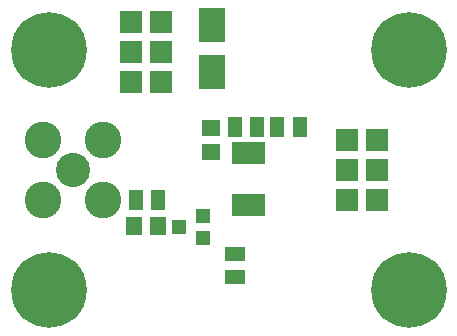
<source format=gbr>
G04 #@! TF.FileFunction,Soldermask,Top*
%FSLAX46Y46*%
G04 Gerber Fmt 4.6, Leading zero omitted, Abs format (unit mm)*
G04 Created by KiCad (PCBNEW 201609251018+7233~55~ubuntu16.04.1-) date Thu Sep 29 12:57:19 2016*
%MOMM*%
%LPD*%
G01*
G04 APERTURE LIST*
%ADD10C,0.100000*%
%ADD11R,1.650000X1.400000*%
%ADD12R,1.400000X1.650000*%
%ADD13R,2.200860X2.899360*%
%ADD14R,1.924000X1.924000*%
%ADD15C,6.400000*%
%ADD16C,3.100000*%
%ADD17C,2.900000*%
%ADD18R,1.200100X1.200100*%
%ADD19R,1.289000X1.797000*%
%ADD20R,1.797000X1.289000*%
%ADD21R,0.850000X1.850000*%
G04 APERTURE END LIST*
D10*
D11*
X54356000Y-37100000D03*
X54356000Y-39100000D03*
D12*
X47895000Y-45339000D03*
X49895000Y-45339000D03*
D13*
X54483000Y-28354020D03*
X54483000Y-32351980D03*
D14*
X47625000Y-33147000D03*
X50165000Y-33147000D03*
X47625000Y-30607000D03*
X50165000Y-30607000D03*
X47625000Y-28067000D03*
X50165000Y-28067000D03*
X68453000Y-40640000D03*
X65913000Y-40640000D03*
X68453000Y-43180000D03*
X65913000Y-43180000D03*
X68453000Y-38100000D03*
X65913000Y-38100000D03*
D15*
X71120000Y-30480000D03*
X40640000Y-50800000D03*
X40640000Y-30480000D03*
X71120000Y-50800000D03*
D16*
X45212000Y-43180000D03*
X40132000Y-43180000D03*
X40132000Y-38100000D03*
X45212000Y-38100000D03*
D17*
X42672000Y-40640000D03*
D18*
X51706780Y-45466000D03*
X53705760Y-44516000D03*
X53705760Y-46416000D03*
D19*
X48006000Y-43180000D03*
X49911000Y-43180000D03*
D20*
X56388000Y-49657000D03*
X56388000Y-47752000D03*
D19*
X58293000Y-36957000D03*
X56388000Y-36957000D03*
X61912500Y-36957000D03*
X60007500Y-36957000D03*
D21*
X56556000Y-39202000D03*
X57206000Y-39202000D03*
X57856000Y-39202000D03*
X58506000Y-39202000D03*
X58506000Y-43602000D03*
X57856000Y-43602000D03*
X57206000Y-43602000D03*
X56556000Y-43602000D03*
M02*

</source>
